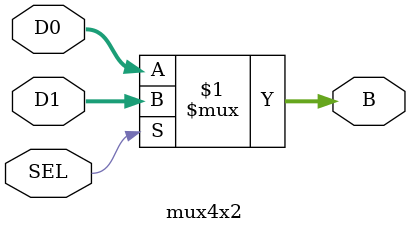
<source format=sv>
`timescale 1ns/1ps
module mux4x2
  (input bit SEL,
   input bit [0:3] D0,
   input bit [0:3] D1,
   output bit [0:3] B);

  assign B = SEL ? D1 : D0;
endmodule

</source>
